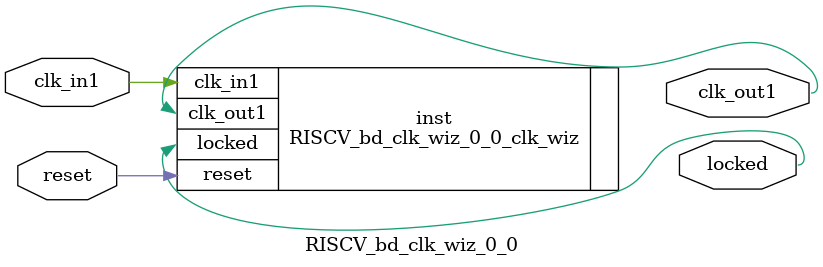
<source format=v>


`timescale 1ps/1ps

(* CORE_GENERATION_INFO = "RISCV_bd_clk_wiz_0_0,clk_wiz_v6_0_9_0_0,{component_name=RISCV_bd_clk_wiz_0_0,use_phase_alignment=true,use_min_o_jitter=false,use_max_i_jitter=false,use_dyn_phase_shift=false,use_inclk_switchover=false,use_dyn_reconfig=false,enable_axi=0,feedback_source=FDBK_AUTO,PRIMITIVE=MMCM,num_out_clk=1,clkin1_period=8.000,clkin2_period=10.000,use_power_down=false,use_reset=true,use_locked=true,use_inclk_stopped=false,feedback_type=SINGLE,CLOCK_MGR_TYPE=NA,manual_override=false}" *)

module RISCV_bd_clk_wiz_0_0 
 (
  // Clock out ports
  output        clk_out1,
  // Status and control signals
  input         reset,
  output        locked,
 // Clock in ports
  input         clk_in1
 );

  RISCV_bd_clk_wiz_0_0_clk_wiz inst
  (
  // Clock out ports  
  .clk_out1(clk_out1),
  // Status and control signals               
  .reset(reset), 
  .locked(locked),
 // Clock in ports
  .clk_in1(clk_in1)
  );

endmodule

</source>
